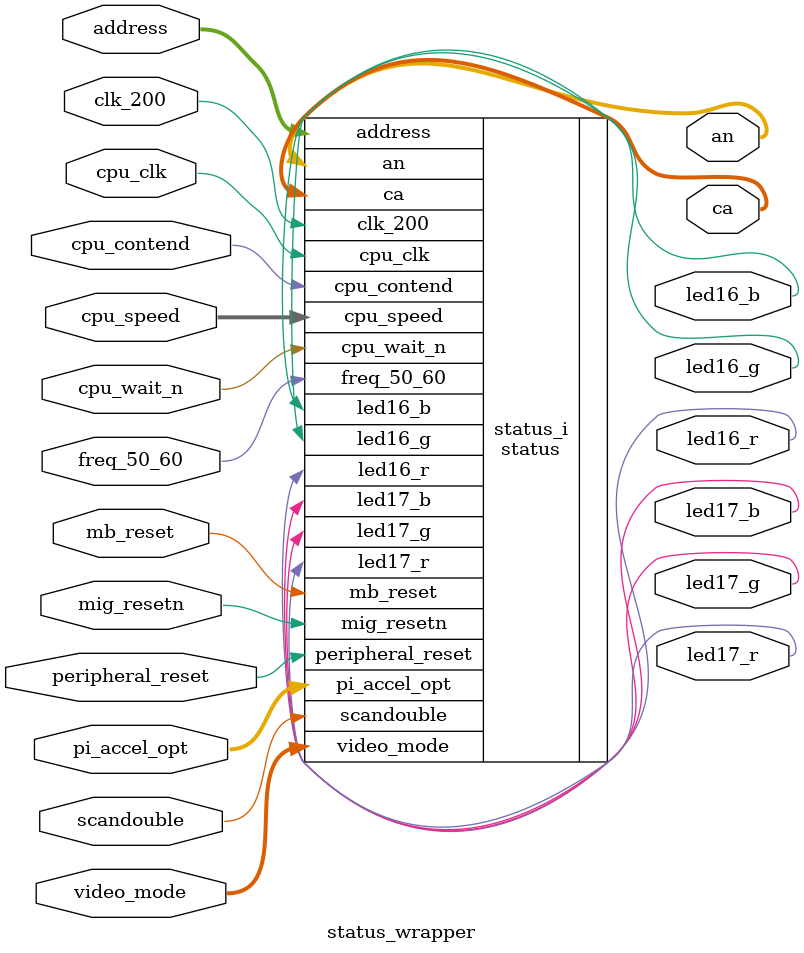
<source format=v>
`timescale 1 ps / 1 ps

module status_wrapper
   (address,
    an,
    ca,
    clk_200,
    cpu_clk,
    cpu_contend,
    cpu_speed,
    cpu_wait_n,
    freq_50_60,
    led16_b,
    led16_g,
    led16_r,
    led17_b,
    led17_g,
    led17_r,
    mb_reset,
    mig_resetn,
    peripheral_reset,
    pi_accel_opt,
    scandouble,
    video_mode);
  input [20:0]address;
  output [7:0]an;
  output [7:0]ca;
  input clk_200;
  input cpu_clk;
  input cpu_contend;
  input [1:0]cpu_speed;
  input cpu_wait_n;
  input freq_50_60;
  output led16_b;
  output led16_g;
  output led16_r;
  output led17_b;
  output led17_g;
  output led17_r;
  input mb_reset;
  input mig_resetn;
  input peripheral_reset;
  input [1:0]pi_accel_opt;
  input scandouble;
  input [2:0]video_mode;

  wire [20:0]address;
  wire [7:0]an;
  wire [7:0]ca;
  wire clk_200;
  wire cpu_clk;
  wire cpu_contend;
  wire [1:0]cpu_speed;
  wire cpu_wait_n;
  wire freq_50_60;
  wire led16_b;
  wire led16_g;
  wire led16_r;
  wire led17_b;
  wire led17_g;
  wire led17_r;
  wire mb_reset;
  wire mig_resetn;
  wire peripheral_reset;
  wire [1:0]pi_accel_opt;
  wire scandouble;
  wire [2:0]video_mode;

  status status_i
       (.address(address),
        .an(an),
        .ca(ca),
        .clk_200(clk_200),
        .cpu_clk(cpu_clk),
        .cpu_contend(cpu_contend),
        .cpu_speed(cpu_speed),
        .cpu_wait_n(cpu_wait_n),
        .freq_50_60(freq_50_60),
        .led16_b(led16_b),
        .led16_g(led16_g),
        .led16_r(led16_r),
        .led17_b(led17_b),
        .led17_g(led17_g),
        .led17_r(led17_r),
        .mb_reset(mb_reset),
        .mig_resetn(mig_resetn),
        .peripheral_reset(peripheral_reset),
        .pi_accel_opt(pi_accel_opt),
        .scandouble(scandouble),
        .video_mode(video_mode));
endmodule

</source>
